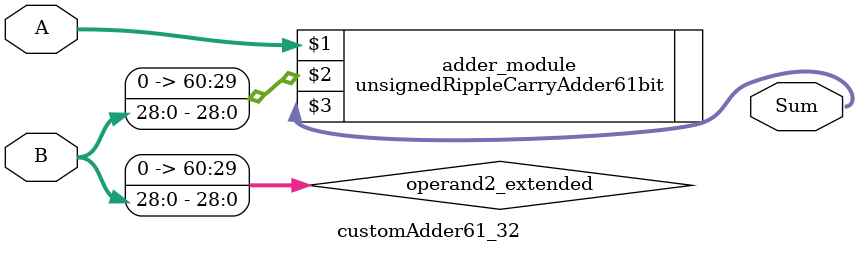
<source format=v>
module customAdder61_32(
                        input [60 : 0] A,
                        input [28 : 0] B,
                        
                        output [61 : 0] Sum
                );

        wire [60 : 0] operand2_extended;
        
        assign operand2_extended =  {32'b0, B};
        
        unsignedRippleCarryAdder61bit adder_module(
            A,
            operand2_extended,
            Sum
        );
        
        endmodule
        
</source>
